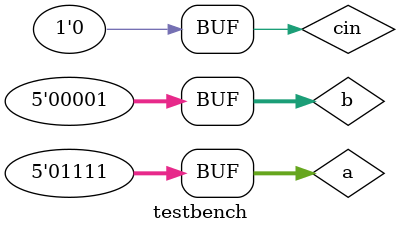
<source format=v>
`timescale 1ns / 1ps


module testbench;

    reg [4:0] a;
    reg [4:0] b;
    wire  sum;
    reg cin;
    wire cout;
    
    full_Add_1bit u(.a(a),.b(b),.cin(cin),.sum(sum),.cout(cout));
   
initial begin

a = 4'b0000;
b= 4'b0001;
cin=1'b1;

#20
a = 4'b1111;
b= 4'b0001;
cin=1'b0;

   end
endmodule

</source>
